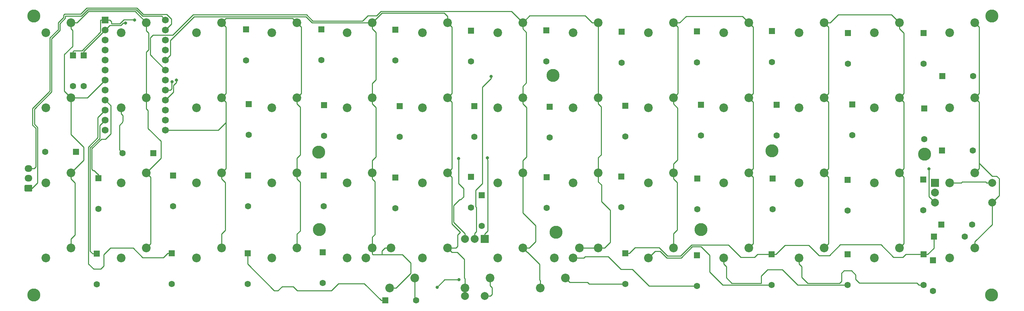
<source format=gtl>
G04 #@! TF.GenerationSoftware,KiCad,Pcbnew,(5.1.5-0-10_14)*
G04 #@! TF.CreationDate,2020-11-29T18:14:47+02:00*
G04 #@! TF.ProjectId,Louhi,4c6f7568-692e-46b6-9963-61645f706362,rev?*
G04 #@! TF.SameCoordinates,Original*
G04 #@! TF.FileFunction,Copper,L1,Top*
G04 #@! TF.FilePolarity,Positive*
%FSLAX46Y46*%
G04 Gerber Fmt 4.6, Leading zero omitted, Abs format (unit mm)*
G04 Created by KiCad (PCBNEW (5.1.5-0-10_14)) date 2020-11-29 18:14:47*
%MOMM*%
%LPD*%
G04 APERTURE LIST*
%ADD10O,1.950000X1.700000*%
%ADD11C,0.100000*%
%ADD12C,3.300000*%
%ADD13C,2.200000*%
%ADD14C,1.600000*%
%ADD15R,1.600000X1.600000*%
%ADD16C,1.752600*%
%ADD17R,1.752600X1.752600*%
%ADD18R,2.000000X2.000000*%
%ADD19C,2.000000*%
%ADD20C,0.800000*%
%ADD21C,0.250000*%
G04 APERTURE END LIST*
D10*
X84490000Y-98910000D03*
X84490000Y-101410000D03*
G04 #@! TA.AperFunction,ComponentPad*
D11*
G36*
X85239504Y-103061204D02*
G01*
X85263773Y-103064804D01*
X85287571Y-103070765D01*
X85310671Y-103079030D01*
X85332849Y-103089520D01*
X85353893Y-103102133D01*
X85373598Y-103116747D01*
X85391777Y-103133223D01*
X85408253Y-103151402D01*
X85422867Y-103171107D01*
X85435480Y-103192151D01*
X85445970Y-103214329D01*
X85454235Y-103237429D01*
X85460196Y-103261227D01*
X85463796Y-103285496D01*
X85465000Y-103310000D01*
X85465000Y-104510000D01*
X85463796Y-104534504D01*
X85460196Y-104558773D01*
X85454235Y-104582571D01*
X85445970Y-104605671D01*
X85435480Y-104627849D01*
X85422867Y-104648893D01*
X85408253Y-104668598D01*
X85391777Y-104686777D01*
X85373598Y-104703253D01*
X85353893Y-104717867D01*
X85332849Y-104730480D01*
X85310671Y-104740970D01*
X85287571Y-104749235D01*
X85263773Y-104755196D01*
X85239504Y-104758796D01*
X85215000Y-104760000D01*
X83765000Y-104760000D01*
X83740496Y-104758796D01*
X83716227Y-104755196D01*
X83692429Y-104749235D01*
X83669329Y-104740970D01*
X83647151Y-104730480D01*
X83626107Y-104717867D01*
X83606402Y-104703253D01*
X83588223Y-104686777D01*
X83571747Y-104668598D01*
X83557133Y-104648893D01*
X83544520Y-104627849D01*
X83534030Y-104605671D01*
X83525765Y-104582571D01*
X83519804Y-104558773D01*
X83516204Y-104534504D01*
X83515000Y-104510000D01*
X83515000Y-103310000D01*
X83516204Y-103285496D01*
X83519804Y-103261227D01*
X83525765Y-103237429D01*
X83534030Y-103214329D01*
X83544520Y-103192151D01*
X83557133Y-103171107D01*
X83571747Y-103151402D01*
X83588223Y-103133223D01*
X83606402Y-103116747D01*
X83626107Y-103102133D01*
X83647151Y-103089520D01*
X83669329Y-103079030D01*
X83692429Y-103070765D01*
X83716227Y-103064804D01*
X83740496Y-103061204D01*
X83765000Y-103060000D01*
X85215000Y-103060000D01*
X85239504Y-103061204D01*
G37*
G04 #@! TD.AperFunction*
D12*
X272530000Y-94440000D03*
X217960000Y-115100000D03*
X158050000Y-114450000D03*
X311110000Y-95320000D03*
X254560000Y-114420000D03*
X217200000Y-75290000D03*
X157920000Y-94760000D03*
X328100000Y-131020000D03*
X328180000Y-60250000D03*
X85880000Y-131000000D03*
X85860000Y-60200000D03*
D13*
X127000000Y-83502500D03*
X133350000Y-80962500D03*
X146050000Y-83502500D03*
X152400000Y-80962500D03*
D14*
X291660000Y-128515000D03*
D15*
X291660000Y-120715000D03*
D13*
X107950000Y-64452500D03*
X114300000Y-61912500D03*
D14*
X199110000Y-113460000D03*
D15*
X199110000Y-105660000D03*
D14*
X95780000Y-78050000D03*
D15*
X95780000Y-70250000D03*
D14*
X98470000Y-78050000D03*
D15*
X98470000Y-70250000D03*
D14*
X139510000Y-71460000D03*
D15*
X139510000Y-63660000D03*
D14*
X158610000Y-71425000D03*
D15*
X158610000Y-63625000D03*
D14*
X177310000Y-71480000D03*
D15*
X177310000Y-63680000D03*
D14*
X196420000Y-71725000D03*
D15*
X196420000Y-63925000D03*
D14*
X215460000Y-71710000D03*
D15*
X215460000Y-63910000D03*
D14*
X234510000Y-72050000D03*
D15*
X234510000Y-64250000D03*
D14*
X253600000Y-71970000D03*
D15*
X253600000Y-64170000D03*
D14*
X272580000Y-71880000D03*
D15*
X272580000Y-64080000D03*
D14*
X291760000Y-72350000D03*
D15*
X291760000Y-64550000D03*
D14*
X310860000Y-72360000D03*
D15*
X310860000Y-64560000D03*
D14*
X323400000Y-75440000D03*
D15*
X315600000Y-75440000D03*
D14*
X88700000Y-94690000D03*
D15*
X96500000Y-94690000D03*
D14*
X108310000Y-95000000D03*
D15*
X116110000Y-95000000D03*
D14*
X140220000Y-90410000D03*
D15*
X140220000Y-82610000D03*
D14*
X159270000Y-90650000D03*
D15*
X159270000Y-82850000D03*
D14*
X178400000Y-90890000D03*
D15*
X178400000Y-83090000D03*
D14*
X197290000Y-90890000D03*
D15*
X197290000Y-83090000D03*
D14*
X216320000Y-91080000D03*
D15*
X216320000Y-83280000D03*
D14*
X235430000Y-90800000D03*
D15*
X235430000Y-83000000D03*
D14*
X254610000Y-90525000D03*
D15*
X254610000Y-82725000D03*
D14*
X273720000Y-90520000D03*
D15*
X273720000Y-82720000D03*
D14*
X292830000Y-90460000D03*
D15*
X292830000Y-82660000D03*
D14*
X311060000Y-91490000D03*
D15*
X311060000Y-83690000D03*
D14*
X323330000Y-94380000D03*
D15*
X315530000Y-94380000D03*
D14*
X102160000Y-109200000D03*
D15*
X102160000Y-101400000D03*
D14*
X121050000Y-108510000D03*
D15*
X121050000Y-100710000D03*
D14*
X140030000Y-108510000D03*
D15*
X140030000Y-100710000D03*
D14*
X159180000Y-108510000D03*
D15*
X159180000Y-100710000D03*
D14*
X177280000Y-108990000D03*
D15*
X177280000Y-101190000D03*
D14*
X196430000Y-108830000D03*
D15*
X196430000Y-101030000D03*
D14*
X215530000Y-108910000D03*
D15*
X215530000Y-101110000D03*
D14*
X234440000Y-108760000D03*
D15*
X234440000Y-100960000D03*
D14*
X253640000Y-109290000D03*
D15*
X253640000Y-101490000D03*
D14*
X272680000Y-109240000D03*
D15*
X272680000Y-101440000D03*
D14*
X291690000Y-109620000D03*
D15*
X291690000Y-101820000D03*
D14*
X310770000Y-109500000D03*
D15*
X310770000Y-101700000D03*
D14*
X323180000Y-113190000D03*
D15*
X315380000Y-113190000D03*
D14*
X101770000Y-128330000D03*
D15*
X101770000Y-120530000D03*
D14*
X120730000Y-128230000D03*
D15*
X120730000Y-120430000D03*
D14*
X139920000Y-128255000D03*
D15*
X139920000Y-120455000D03*
D14*
X158920000Y-128000000D03*
D15*
X158920000Y-120200000D03*
D14*
X182560000Y-132400000D03*
D15*
X174760000Y-132400000D03*
D14*
X235450000Y-128225000D03*
D15*
X235450000Y-120425000D03*
D14*
X253560000Y-128730000D03*
D15*
X253560000Y-120930000D03*
D14*
X272490000Y-128500000D03*
D15*
X272490000Y-120700000D03*
D14*
X310880000Y-128490000D03*
D15*
X310880000Y-120690000D03*
D14*
X313300000Y-130040000D03*
D15*
X313300000Y-122240000D03*
D16*
X119151000Y-61214000D03*
X103911000Y-89154000D03*
X119151000Y-63754000D03*
X119151000Y-66294000D03*
X119151000Y-68834000D03*
X119151000Y-71374000D03*
X119151000Y-73914000D03*
X119151000Y-76454000D03*
X119151000Y-78994000D03*
X119151000Y-81534000D03*
X119151000Y-84074000D03*
X119151000Y-86614000D03*
X119151000Y-89154000D03*
X103911000Y-86614000D03*
X103911000Y-84074000D03*
X103911000Y-81534000D03*
X103911000Y-78994000D03*
X103911000Y-76454000D03*
X103911000Y-73914000D03*
X103911000Y-71374000D03*
X103911000Y-68834000D03*
X103911000Y-66294000D03*
X103911000Y-63754000D03*
D17*
X103911000Y-61214000D03*
D14*
X321300000Y-116160000D03*
D15*
X313500000Y-116160000D03*
D13*
X88900000Y-64452500D03*
X95250000Y-61912500D03*
X127000000Y-64452500D03*
X133350000Y-61912500D03*
X146050000Y-64452500D03*
X152400000Y-61912500D03*
X165100000Y-64452500D03*
X171450000Y-61912500D03*
X184150000Y-64452500D03*
X190500000Y-61912500D03*
X203200000Y-64452500D03*
X209550000Y-61912500D03*
X222250000Y-64452500D03*
X228600000Y-61912500D03*
X241300000Y-64452500D03*
X247650000Y-61912500D03*
X260350000Y-64452500D03*
X266700000Y-61912500D03*
X279400000Y-64452500D03*
X285750000Y-61912500D03*
X298450000Y-64452500D03*
X304800000Y-61912500D03*
X88900000Y-83502500D03*
X95250000Y-80962500D03*
X107950000Y-83502500D03*
X114300000Y-80962500D03*
X165100000Y-83502500D03*
X171450000Y-80962500D03*
X184150000Y-83502500D03*
X190500000Y-80962500D03*
X203200000Y-83502500D03*
X209550000Y-80962500D03*
X222250000Y-83502500D03*
X228600000Y-80962500D03*
X241300000Y-83502500D03*
X247650000Y-80962500D03*
X260350000Y-83502500D03*
X266700000Y-80962500D03*
X279400000Y-83502500D03*
X285750000Y-80962500D03*
X298450000Y-83502500D03*
X304800000Y-80962500D03*
X88900000Y-102552500D03*
X95250000Y-100012500D03*
X107950000Y-102552000D03*
X114300000Y-100012000D03*
X127000000Y-102552000D03*
X133350000Y-100012000D03*
X146050000Y-102552000D03*
X152400000Y-100012000D03*
X165100000Y-102552000D03*
X171450000Y-100012000D03*
X184150000Y-102552000D03*
X190500000Y-100012000D03*
X203200000Y-102552000D03*
X209550000Y-100012000D03*
X222250000Y-102552000D03*
X228600000Y-100012000D03*
X241300000Y-102552000D03*
X247650000Y-100012000D03*
X260350000Y-102552000D03*
X266700000Y-100012000D03*
X279400000Y-102552000D03*
X285750000Y-100012000D03*
X298450000Y-102552000D03*
X304800000Y-100012000D03*
X88900000Y-121602000D03*
X95250000Y-119062000D03*
X107950000Y-121602000D03*
X114300000Y-119062000D03*
X127000000Y-121602000D03*
X133350000Y-119062000D03*
X146050000Y-121602000D03*
X152400000Y-119062000D03*
X222250000Y-121602500D03*
X228600000Y-119062500D03*
X241300000Y-121602500D03*
X247650000Y-119062500D03*
X260350000Y-121602000D03*
X266700000Y-119062000D03*
X279400000Y-121602500D03*
X285750000Y-119062500D03*
X298450000Y-121602500D03*
X304800000Y-119062500D03*
X317500000Y-121602500D03*
X323850000Y-119062500D03*
X169862500Y-121602500D03*
X176212500Y-119062500D03*
X165100000Y-121602000D03*
X171450000Y-119062000D03*
X182230000Y-126720000D03*
X175880000Y-129260000D03*
X184150000Y-121602500D03*
X190500000Y-119062500D03*
X201290000Y-126710000D03*
X194940000Y-129250000D03*
X217487500Y-121602500D03*
X223837500Y-119062500D03*
X203200000Y-121602500D03*
X209550000Y-119062500D03*
X220340000Y-126690000D03*
X213990000Y-129230000D03*
X317500000Y-64452500D03*
X323850000Y-61912500D03*
X317500000Y-83502500D03*
X323850000Y-80962500D03*
X317500000Y-102552500D03*
X323850000Y-100012500D03*
D18*
X313730000Y-102540000D03*
D19*
X313730000Y-105040000D03*
X313730000Y-107540000D03*
X328230000Y-102540000D03*
X328230000Y-107540000D03*
D18*
X199890000Y-116770000D03*
D19*
X197390000Y-116770000D03*
X194890000Y-116770000D03*
X199890000Y-131270000D03*
X194890000Y-131270000D03*
D20*
X111320000Y-61220000D03*
X109020000Y-61970000D03*
X187860000Y-129030000D03*
X193350000Y-127130000D03*
X201470000Y-75520000D03*
X120857971Y-76955000D03*
X121910000Y-76480000D03*
X193300000Y-96390000D03*
X312220000Y-99010000D03*
X200600000Y-96200000D03*
D21*
X107950000Y-85058134D02*
X108360000Y-85468134D01*
X107950000Y-83502500D02*
X107950000Y-85058134D01*
X108360000Y-85468134D02*
X108360000Y-86930000D01*
X108310000Y-86980000D02*
X108310000Y-87200000D01*
X108360000Y-86930000D02*
X108310000Y-86980000D01*
X108310000Y-87200000D02*
X107500000Y-88010000D01*
X107500000Y-94190000D02*
X108310000Y-95000000D01*
X107500000Y-88010000D02*
X107500000Y-94190000D01*
X326815787Y-102540000D02*
X326605787Y-102330000D01*
X328230000Y-102540000D02*
X326815787Y-102540000D01*
X326605787Y-102330000D02*
X320670000Y-102330000D01*
X320447500Y-102552500D02*
X317500000Y-102552500D01*
X320670000Y-102330000D02*
X320447500Y-102552500D01*
X222250000Y-121602500D02*
X224997500Y-121602500D01*
X224997500Y-121602500D02*
X225290000Y-121310000D01*
X225290000Y-121310000D02*
X231140000Y-121310000D01*
X231140000Y-121310000D02*
X234360000Y-124530000D01*
X234360000Y-124530000D02*
X237230000Y-124530000D01*
X241430000Y-128730000D02*
X253560000Y-128730000D01*
X237230000Y-124530000D02*
X241430000Y-128730000D01*
X241300000Y-121602500D02*
X242969295Y-119933205D01*
X244296795Y-119933205D02*
X245953600Y-121590010D01*
X242969295Y-119933205D02*
X244296795Y-119933205D01*
X249616401Y-121590009D02*
X252426400Y-118780010D01*
X245953600Y-121590010D02*
X249616401Y-121590009D01*
X252426400Y-118780010D02*
X254620010Y-118780010D01*
X254620010Y-118780010D02*
X256750000Y-120910000D01*
X256750000Y-120910000D02*
X256750000Y-125140000D01*
X260110000Y-128500000D02*
X272490000Y-128500000D01*
X256750000Y-125140000D02*
X260110000Y-128500000D01*
X260350000Y-123157634D02*
X261000000Y-123807634D01*
X260350000Y-121602000D02*
X260350000Y-123157634D01*
X261000000Y-126650000D02*
X262399990Y-128049990D01*
X261000000Y-123807634D02*
X261000000Y-126650000D01*
X262399990Y-128049990D02*
X269870000Y-128049990D01*
X269870000Y-128049990D02*
X269870000Y-126180000D01*
X269870000Y-126180000D02*
X271450000Y-124600000D01*
X271450000Y-124600000D02*
X275140000Y-124600000D01*
X279055000Y-128515000D02*
X291660000Y-128515000D01*
X275140000Y-124600000D02*
X279055000Y-128515000D01*
X279400000Y-123160000D02*
X279400000Y-121602500D01*
X280080000Y-126540000D02*
X280080000Y-123840000D01*
X281604990Y-128064990D02*
X280080000Y-126540000D01*
X309748630Y-128490000D02*
X309218630Y-127960000D01*
X289605010Y-128064990D02*
X281604990Y-128064990D01*
X290160000Y-127510000D02*
X289605010Y-128064990D01*
X290160000Y-125480000D02*
X290160000Y-127510000D01*
X290780000Y-124860000D02*
X290160000Y-125480000D01*
X292660000Y-124860000D02*
X290780000Y-124860000D01*
X309218630Y-127960000D02*
X294640000Y-127960000D01*
X310880000Y-128490000D02*
X309748630Y-128490000D01*
X293730000Y-127050000D02*
X293730000Y-125930000D01*
X293730000Y-125930000D02*
X292660000Y-124860000D01*
X280080000Y-123840000D02*
X279400000Y-123160000D01*
X294640000Y-127960000D02*
X293730000Y-127050000D01*
X182230000Y-132070000D02*
X182560000Y-132400000D01*
X182230000Y-126720000D02*
X182230000Y-132070000D01*
X102784700Y-61214000D02*
X103911000Y-61214000D01*
X102709699Y-61289001D02*
X102784700Y-61214000D01*
X95780000Y-69200000D02*
X95980000Y-69000000D01*
X102709699Y-64318891D02*
X102709699Y-61289001D01*
X98028590Y-69000000D02*
X102709699Y-64318891D01*
X95980000Y-69000000D02*
X98028590Y-69000000D01*
X95780000Y-70250000D02*
X95780000Y-69200000D01*
X105037300Y-61214000D02*
X105490000Y-61666700D01*
X103911000Y-61214000D02*
X105037300Y-61214000D01*
X105500000Y-62150000D02*
X107637905Y-62150000D01*
X105490000Y-62140000D02*
X105500000Y-62150000D01*
X105490000Y-61666700D02*
X105490000Y-62140000D01*
X107637905Y-62150000D02*
X108607905Y-61180000D01*
X111280000Y-61180000D02*
X111320000Y-61220000D01*
X108607905Y-61180000D02*
X111280000Y-61180000D01*
X98470000Y-69195000D02*
X103911000Y-63754000D01*
X98470000Y-70250000D02*
X98470000Y-69195000D01*
X108454315Y-61970000D02*
X107824315Y-62600000D01*
X109020000Y-61970000D02*
X108454315Y-61970000D01*
X105065000Y-62600000D02*
X103911000Y-63754000D01*
X107824315Y-62600000D02*
X105065000Y-62600000D01*
X102160000Y-100350000D02*
X102160000Y-101400000D01*
X102020000Y-100350000D02*
X102160000Y-100350000D01*
X102950019Y-91456391D02*
X100530010Y-93876400D01*
X100530010Y-99130010D02*
X100860000Y-99460000D01*
X101130000Y-99460000D02*
X102020000Y-100350000D01*
X103983609Y-91456391D02*
X102950019Y-91456391D01*
X100530010Y-93876400D02*
X100530010Y-99130010D01*
X105350000Y-90090000D02*
X103983609Y-91456391D01*
X105330000Y-88870000D02*
X105350000Y-88890000D01*
X105350000Y-88890000D02*
X105350000Y-90090000D01*
X100860000Y-99460000D02*
X101130000Y-99460000D01*
X105330000Y-82953000D02*
X103911000Y-81534000D01*
X105330000Y-88870000D02*
X105330000Y-82953000D01*
X146640000Y-129900000D02*
X139920000Y-123180000D01*
X162920000Y-128130000D02*
X161150000Y-129900000D01*
X139920000Y-123180000D02*
X139920000Y-120455000D01*
X169440000Y-128130000D02*
X162920000Y-128130000D01*
X173710000Y-132400000D02*
X174760000Y-132400000D01*
X169440000Y-128130000D02*
X173710000Y-132400000D01*
X189760000Y-127130000D02*
X193350000Y-127130000D01*
X187860000Y-129030000D02*
X189760000Y-127130000D01*
X236500000Y-120425000D02*
X237895000Y-119030000D01*
X235450000Y-120425000D02*
X236500000Y-120425000D01*
X237895000Y-119030000D02*
X244030000Y-119030000D01*
X244030000Y-119030000D02*
X246140000Y-121140000D01*
X246140000Y-121140000D02*
X249430000Y-121140000D01*
X249430000Y-121140000D02*
X252240000Y-118330000D01*
X252240000Y-118330000D02*
X261550000Y-118330000D01*
X261550000Y-118330000D02*
X264660000Y-121440000D01*
X264660000Y-121440000D02*
X268170000Y-121440000D01*
X268910000Y-120700000D02*
X272490000Y-120700000D01*
X268170000Y-121440000D02*
X268910000Y-120700000D01*
X273540000Y-120700000D02*
X275820000Y-118420000D01*
X272490000Y-120700000D02*
X273540000Y-120700000D01*
X275820000Y-118420000D02*
X281860000Y-118420000D01*
X281860000Y-118420000D02*
X284440000Y-121000000D01*
X284440000Y-121000000D02*
X287080000Y-121000000D01*
X287080000Y-121000000D02*
X289810000Y-118270000D01*
X289810000Y-118270000D02*
X300110000Y-118270000D01*
X300110000Y-118270000D02*
X303280000Y-121440000D01*
X303280000Y-121440000D02*
X305670000Y-121440000D01*
X306420000Y-120690000D02*
X310880000Y-120690000D01*
X305670000Y-121440000D02*
X306420000Y-120690000D01*
X313500000Y-119120000D02*
X313500000Y-116160000D01*
X311930000Y-120690000D02*
X313500000Y-119120000D01*
X310880000Y-120690000D02*
X311930000Y-120690000D01*
X100720000Y-120530000D02*
X100080000Y-119890000D01*
X101770000Y-120530000D02*
X100720000Y-120530000D01*
X100080000Y-119890000D02*
X100080000Y-93690000D01*
X100080000Y-93690000D02*
X102500010Y-91269990D01*
X102500010Y-88024990D02*
X103911000Y-86614000D01*
X102500010Y-91269990D02*
X102500010Y-88024990D01*
X146640000Y-129900000D02*
X147610000Y-129900000D01*
X147610000Y-129900000D02*
X148630000Y-128880000D01*
X148630000Y-128880000D02*
X151480000Y-128880000D01*
X152500000Y-129900000D02*
X161150000Y-129900000D01*
X151480000Y-128880000D02*
X152500000Y-129900000D01*
X102050000Y-85935000D02*
X103911000Y-84074000D01*
X102050000Y-91083590D02*
X102050000Y-85935000D01*
X99629991Y-93503599D02*
X102050000Y-91083590D01*
X99629990Y-123109990D02*
X99629991Y-93503599D01*
X120730000Y-120430000D02*
X119680000Y-120430000D01*
X118600000Y-121510000D02*
X113380000Y-121510000D01*
X102770000Y-124450000D02*
X100970000Y-124450000D01*
X103560000Y-123660000D02*
X102770000Y-124450000D01*
X110980000Y-119110000D02*
X105220000Y-119110000D01*
X103560000Y-120770000D02*
X103560000Y-123660000D01*
X105220000Y-119110000D02*
X103560000Y-120770000D01*
X100970000Y-124450000D02*
X99629990Y-123109990D01*
X113380000Y-121510000D02*
X110980000Y-119110000D01*
X119680000Y-120430000D02*
X118600000Y-121510000D01*
X221439999Y-127789999D02*
X225860001Y-127789999D01*
X220340000Y-126690000D02*
X221439999Y-127789999D01*
X226295002Y-128225000D02*
X235450000Y-128225000D01*
X225860001Y-127789999D02*
X226295002Y-128225000D01*
X85142000Y-103920000D02*
X84130000Y-103920000D01*
X86800000Y-88500000D02*
X86800000Y-102575000D01*
X85980000Y-87680000D02*
X86800000Y-88500000D01*
X85990000Y-83840000D02*
X85990000Y-87670000D01*
X90340000Y-79490000D02*
X85990000Y-83840000D01*
X85990000Y-87670000D02*
X85980000Y-87680000D01*
X111739990Y-58629990D02*
X99451734Y-58629990D01*
X93830000Y-60200000D02*
X93830000Y-60750000D01*
X97881724Y-60200000D02*
X93830000Y-60200000D01*
X92440000Y-63850000D02*
X90340000Y-65950000D01*
X86800000Y-102575000D02*
X85465000Y-103910000D01*
X113330000Y-60220000D02*
X111739990Y-58629990D01*
X93830000Y-60750000D02*
X92440000Y-62140000D01*
X99451734Y-58629990D02*
X97881724Y-60200000D01*
X118157000Y-60220000D02*
X113330000Y-60220000D01*
X90340000Y-65950000D02*
X90340000Y-79490000D01*
X85465000Y-103910000D02*
X84490000Y-103910000D01*
X92440000Y-62140000D02*
X92440000Y-63850000D01*
X119151000Y-61214000D02*
X118157000Y-60220000D01*
X201470000Y-76085685D02*
X199320000Y-78235685D01*
X201470000Y-75520000D02*
X201470000Y-76085685D01*
X199320000Y-78235685D02*
X199320000Y-102740000D01*
X199320000Y-102740000D02*
X197600000Y-104460000D01*
X197600000Y-108580000D02*
X197820000Y-108800000D01*
X197600000Y-104460000D02*
X197600000Y-108580000D01*
X197390000Y-115355787D02*
X197390000Y-116770000D01*
X197820000Y-114925787D02*
X197390000Y-115355787D01*
X197820000Y-108800000D02*
X197820000Y-114925787D01*
X120670000Y-62235000D02*
X119151000Y-63754000D01*
X120670000Y-60955074D02*
X120670000Y-62235000D01*
X119484916Y-59769990D02*
X120670000Y-60955074D01*
X99265333Y-58179981D02*
X111926390Y-58179980D01*
X113516400Y-59769990D02*
X119484916Y-59769990D01*
X97695324Y-59749990D02*
X99265333Y-58179981D01*
X85539991Y-83653599D02*
X89609990Y-79583600D01*
X91989990Y-63663600D02*
X91989991Y-61953599D01*
X93643600Y-59749990D02*
X97695324Y-59749990D01*
X93379990Y-60563600D02*
X93379990Y-60013600D01*
X89609990Y-79583600D02*
X89609990Y-79560010D01*
X86340000Y-98530000D02*
X86349990Y-98520010D01*
X89889991Y-65763599D02*
X91989990Y-63663600D01*
X86349990Y-88709990D02*
X85529990Y-87889990D01*
X85539990Y-83860010D02*
X85539991Y-83653599D01*
X89889990Y-79280010D02*
X89889991Y-65763599D01*
X93379990Y-60013600D02*
X93643600Y-59749990D01*
X91989991Y-61953599D02*
X93379990Y-60563600D01*
X86349990Y-98520010D02*
X86349990Y-88709990D01*
X85529990Y-83870010D02*
X85539990Y-83860010D01*
X111926390Y-58179980D02*
X113516400Y-59769990D01*
X85529990Y-87889990D02*
X85529990Y-83870010D01*
X89609990Y-79560010D02*
X89889990Y-79280010D01*
X85960000Y-98910000D02*
X84490000Y-98910000D01*
X86349990Y-98520010D02*
X85960000Y-98910000D01*
X115399999Y-117962001D02*
X115399999Y-101111999D01*
X115399999Y-101111999D02*
X114300000Y-100012000D01*
X114300000Y-119062000D02*
X115399999Y-117962001D01*
X114300000Y-100012000D02*
X118010000Y-96302000D01*
X118010000Y-96302000D02*
X118010000Y-91980000D01*
X118010000Y-91980000D02*
X114760000Y-88730000D01*
X114760000Y-88730000D02*
X114760000Y-84190000D01*
X114300000Y-83730000D02*
X114300000Y-80962500D01*
X114760000Y-84190000D02*
X114300000Y-83730000D01*
X114300000Y-80962500D02*
X114300000Y-69360000D01*
X114300000Y-69360000D02*
X114860000Y-68800000D01*
X114860000Y-68800000D02*
X114860000Y-64550000D01*
X114300000Y-63990000D02*
X114300000Y-61912500D01*
X114860000Y-64550000D02*
X114300000Y-63990000D01*
X96805634Y-61912500D02*
X99638134Y-59080000D01*
X95250000Y-61912500D02*
X96805634Y-61912500D01*
X111467500Y-59080000D02*
X114300000Y-61912500D01*
X99638134Y-59080000D02*
X111467500Y-59080000D01*
X95250000Y-63468134D02*
X95640000Y-63858134D01*
X95250000Y-61912500D02*
X95250000Y-63468134D01*
X95640000Y-63858134D02*
X95640000Y-67940000D01*
X95640000Y-67940000D02*
X93570000Y-70010000D01*
X93570000Y-79282500D02*
X95250000Y-80962500D01*
X93570000Y-70010000D02*
X93570000Y-79282500D01*
X95250000Y-80962500D02*
X95250000Y-90270000D01*
X95250000Y-90270000D02*
X98450000Y-93470000D01*
X98450000Y-96812500D02*
X95250000Y-100012500D01*
X98450000Y-93470000D02*
X98450000Y-96812500D01*
X95250000Y-101568134D02*
X96230000Y-102548134D01*
X95250000Y-100012500D02*
X95250000Y-101568134D01*
X96230000Y-102548134D02*
X96230000Y-115810000D01*
X95250000Y-116790000D02*
X95250000Y-119062000D01*
X96230000Y-115810000D02*
X95250000Y-116790000D01*
X99402500Y-80962500D02*
X103911000Y-76454000D01*
X95250000Y-80962500D02*
X99402500Y-80962500D01*
X152400000Y-101567634D02*
X153210000Y-102377634D01*
X152400000Y-100012000D02*
X152400000Y-101567634D01*
X153210000Y-102377634D02*
X153210000Y-114750000D01*
X152400000Y-115560000D02*
X152400000Y-119062000D01*
X153210000Y-114750000D02*
X152400000Y-115560000D01*
X152400000Y-82518134D02*
X153220000Y-83338134D01*
X152400000Y-80962500D02*
X152400000Y-82518134D01*
X153220000Y-83338134D02*
X153220000Y-95440000D01*
X152400000Y-96260000D02*
X152400000Y-100012000D01*
X153220000Y-95440000D02*
X152400000Y-96260000D01*
X153499999Y-63012499D02*
X152400000Y-61912500D01*
X153499999Y-79862501D02*
X153499999Y-63012499D01*
X152400000Y-80962500D02*
X153499999Y-79862501D01*
X151300001Y-60812501D02*
X152400000Y-61912500D01*
X134449999Y-60812501D02*
X151300001Y-60812501D01*
X133350000Y-61912500D02*
X134449999Y-60812501D01*
X134449999Y-79862501D02*
X133350000Y-80962500D01*
X134449999Y-63012499D02*
X134449999Y-79862501D01*
X133350000Y-61912500D02*
X134449999Y-63012499D01*
X134449999Y-98912001D02*
X133350000Y-100012000D01*
X133350000Y-80962500D02*
X134449999Y-82062499D01*
X133350000Y-101567634D02*
X134290000Y-102507634D01*
X133350000Y-100012000D02*
X133350000Y-101567634D01*
X134290000Y-102507634D02*
X134290000Y-114570000D01*
X133350000Y-115510000D02*
X133350000Y-119062000D01*
X134290000Y-114570000D02*
X133350000Y-115510000D01*
X119151000Y-89154000D02*
X132536000Y-89154000D01*
X132536000Y-89154000D02*
X134420000Y-87270000D01*
X134420000Y-87270000D02*
X134449999Y-98912001D01*
X134449999Y-82062499D02*
X134420000Y-87270000D01*
X191599999Y-63012499D02*
X191599999Y-79862501D01*
X191599999Y-79862501D02*
X190500000Y-80962500D01*
X190500000Y-61912500D02*
X191599999Y-63012499D01*
X191599999Y-98912001D02*
X190500000Y-100012000D01*
X191599999Y-82062499D02*
X191599999Y-98912001D01*
X190500000Y-80962500D02*
X191599999Y-82062499D01*
X173862500Y-59500000D02*
X171450000Y-61912500D01*
X189643134Y-59500000D02*
X173862500Y-59500000D01*
X190500000Y-60356866D02*
X189643134Y-59500000D01*
X190500000Y-61912500D02*
X190500000Y-60356866D01*
X171450000Y-63468134D02*
X172400000Y-64418134D01*
X171450000Y-61912500D02*
X171450000Y-63468134D01*
X172400000Y-64418134D02*
X172400000Y-76390000D01*
X171450000Y-77340000D02*
X171450000Y-80962500D01*
X172400000Y-76390000D02*
X171450000Y-77340000D01*
X171450000Y-82518134D02*
X172390000Y-83458134D01*
X171450000Y-80962500D02*
X171450000Y-82518134D01*
X172390000Y-83458134D02*
X172390000Y-95930000D01*
X171450000Y-96870000D02*
X171450000Y-100012000D01*
X172390000Y-95930000D02*
X171450000Y-96870000D01*
X171450000Y-101567634D02*
X172090000Y-102207634D01*
X171450000Y-100012000D02*
X171450000Y-101567634D01*
X172090000Y-102207634D02*
X172090000Y-115680000D01*
X171450000Y-116320000D02*
X171450000Y-119062000D01*
X172090000Y-115680000D02*
X171450000Y-116320000D01*
X191599999Y-120162499D02*
X192952499Y-120162499D01*
X190500000Y-119062500D02*
X191599999Y-120162499D01*
X192952499Y-120162499D02*
X194740000Y-121950000D01*
X194740000Y-121950000D02*
X194740000Y-126660000D01*
X194940000Y-126860000D02*
X194940000Y-129250000D01*
X194740000Y-126660000D02*
X194940000Y-126860000D01*
X171450000Y-120617634D02*
X171600000Y-120767634D01*
X171450000Y-119062000D02*
X171450000Y-120617634D01*
X179077634Y-120767634D02*
X181190000Y-122880000D01*
X177435634Y-129260000D02*
X175880000Y-129260000D01*
X181190000Y-125505634D02*
X177435634Y-129260000D01*
X181190000Y-122880000D02*
X181190000Y-125505634D01*
X120352301Y-70172699D02*
X120352301Y-66377699D01*
X119151000Y-71374000D02*
X120352301Y-70172699D01*
X126367509Y-60362491D02*
X154667509Y-60362491D01*
X120352301Y-66377699D02*
X126367509Y-60362491D01*
X156217518Y-61912500D02*
X171450000Y-61912500D01*
X154667509Y-60362491D02*
X156217518Y-61912500D01*
X191599999Y-101111999D02*
X190500000Y-100012000D01*
X191599999Y-112989999D02*
X191599999Y-101111999D01*
X193010000Y-115800000D02*
X193710000Y-115100000D01*
X193010000Y-118650000D02*
X193010000Y-115800000D01*
X192597500Y-119062500D02*
X193010000Y-118650000D01*
X193710000Y-115100000D02*
X191599999Y-112989999D01*
X190500000Y-119062500D02*
X192597500Y-119062500D01*
X174656866Y-119062500D02*
X173900000Y-119819366D01*
X173900000Y-119819366D02*
X173900000Y-120750000D01*
X176212500Y-119062500D02*
X174656866Y-119062500D01*
X173900000Y-120750000D02*
X179077634Y-120767634D01*
X171600000Y-120767634D02*
X173900000Y-120750000D01*
X194890000Y-129300000D02*
X194940000Y-129250000D01*
X194890000Y-131270000D02*
X194890000Y-129300000D01*
X209550000Y-100012000D02*
X209550000Y-110190000D01*
X209550000Y-110190000D02*
X212730000Y-113370000D01*
X212730000Y-113370000D02*
X212730000Y-117460000D01*
X211127500Y-119062500D02*
X209550000Y-119062500D01*
X212730000Y-117460000D02*
X211127500Y-119062500D01*
X228600000Y-119062500D02*
X230197500Y-119062500D01*
X230197500Y-119062500D02*
X231650000Y-117610000D01*
X231650000Y-117610000D02*
X231650000Y-109520000D01*
X231650000Y-109520000D02*
X229410000Y-107280000D01*
X229410000Y-107280000D02*
X229410000Y-103100000D01*
X228600000Y-102290000D02*
X228600000Y-100012000D01*
X229410000Y-103100000D02*
X228600000Y-102290000D01*
X228600000Y-82518134D02*
X229340000Y-83258134D01*
X228600000Y-80962500D02*
X228600000Y-82518134D01*
X229340000Y-83258134D02*
X229340000Y-95430000D01*
X228600000Y-96170000D02*
X228600000Y-100012000D01*
X229340000Y-95430000D02*
X228600000Y-96170000D01*
X209550000Y-63468134D02*
X210430000Y-64348134D01*
X209550000Y-61912500D02*
X209550000Y-63468134D01*
X210430000Y-64348134D02*
X210430000Y-77200000D01*
X209550000Y-78080000D02*
X209550000Y-80962500D01*
X210430000Y-77200000D02*
X209550000Y-78080000D01*
X209550000Y-82518134D02*
X210480000Y-83448134D01*
X209550000Y-80962500D02*
X209550000Y-82518134D01*
X210480000Y-83448134D02*
X210480000Y-95940000D01*
X209550000Y-96870000D02*
X209550000Y-100012000D01*
X210480000Y-95940000D02*
X209550000Y-96870000D01*
X228600000Y-61912500D02*
X228600000Y-80962500D01*
X227044366Y-61912500D02*
X225321866Y-60190000D01*
X228600000Y-61912500D02*
X227044366Y-61912500D01*
X211272500Y-60190000D02*
X209550000Y-61912500D01*
X225321866Y-60190000D02*
X211272500Y-60190000D01*
X210649999Y-120162499D02*
X210732499Y-120162499D01*
X209550000Y-119062500D02*
X210649999Y-120162499D01*
X210732499Y-120162499D02*
X213770000Y-123200000D01*
X213770000Y-123200000D02*
X213770000Y-127170000D01*
X213990000Y-127390000D02*
X213990000Y-129230000D01*
X213770000Y-127170000D02*
X213990000Y-127390000D01*
X115310010Y-70073010D02*
X119151000Y-73914000D01*
X121000891Y-65092699D02*
X115967301Y-65092699D01*
X126181108Y-59912482D02*
X121000891Y-65092699D01*
X154853909Y-59912481D02*
X126181108Y-59912482D01*
X115310010Y-65749990D02*
X115310010Y-70073010D01*
X115967301Y-65092699D02*
X115310010Y-65749990D01*
X156403918Y-61462490D02*
X154853909Y-59912481D01*
X169027510Y-61462490D02*
X156403918Y-61462490D01*
X206687490Y-59049990D02*
X173676099Y-59049991D01*
X173676099Y-59049991D02*
X172546090Y-60180000D01*
X170310000Y-60180000D02*
X169027510Y-61462490D01*
X172546090Y-60180000D02*
X170310000Y-60180000D01*
X209550000Y-61912500D02*
X206687490Y-59049990D01*
X223837500Y-119062500D02*
X228600000Y-119062500D01*
X249205634Y-61912500D02*
X250838134Y-60280000D01*
X247650000Y-61912500D02*
X249205634Y-61912500D01*
X265067500Y-60280000D02*
X266700000Y-61912500D01*
X250838134Y-60280000D02*
X265067500Y-60280000D01*
X248749999Y-79862501D02*
X247650000Y-80962500D01*
X248749999Y-63012499D02*
X248749999Y-79862501D01*
X247650000Y-61912500D02*
X248749999Y-63012499D01*
X247650000Y-82518134D02*
X248700000Y-83568134D01*
X247650000Y-80962500D02*
X247650000Y-82518134D01*
X248700000Y-83568134D02*
X248700000Y-96700000D01*
X247650000Y-97750000D02*
X247650000Y-100012000D01*
X248700000Y-96700000D02*
X247650000Y-97750000D01*
X247650000Y-101567634D02*
X248560000Y-102477634D01*
X247650000Y-100012000D02*
X247650000Y-101567634D01*
X248560000Y-102477634D02*
X248560000Y-114510000D01*
X247650000Y-115420000D02*
X247650000Y-119062500D01*
X248560000Y-114510000D02*
X247650000Y-115420000D01*
X267799999Y-101111999D02*
X266700000Y-100012000D01*
X267799999Y-117962001D02*
X267799999Y-101111999D01*
X266700000Y-119062000D02*
X267799999Y-117962001D01*
X267799999Y-82062499D02*
X266700000Y-80962500D01*
X267799999Y-98912001D02*
X267799999Y-82062499D01*
X266700000Y-100012000D02*
X267799999Y-98912001D01*
X267799999Y-63012499D02*
X266700000Y-61912500D01*
X267799999Y-79862501D02*
X267799999Y-63012499D01*
X266700000Y-80962500D02*
X267799999Y-79862501D01*
X287305634Y-61912500D02*
X289328134Y-59890000D01*
X285750000Y-61912500D02*
X287305634Y-61912500D01*
X302777500Y-59890000D02*
X304800000Y-61912500D01*
X289328134Y-59890000D02*
X302777500Y-59890000D01*
X286849999Y-79862501D02*
X285750000Y-80962500D01*
X286849999Y-63012499D02*
X286849999Y-79862501D01*
X285750000Y-61912500D02*
X286849999Y-63012499D01*
X286849999Y-98912001D02*
X285750000Y-100012000D01*
X286849999Y-82062499D02*
X286849999Y-98912001D01*
X285750000Y-80962500D02*
X286849999Y-82062499D01*
X286849999Y-101111999D02*
X286849999Y-117962501D01*
X286849999Y-117962501D02*
X285750000Y-119062500D01*
X285750000Y-100012000D02*
X286849999Y-101111999D01*
X304800000Y-63468134D02*
X305900000Y-64568134D01*
X304800000Y-61912500D02*
X304800000Y-63468134D01*
X305899999Y-79862501D02*
X304800000Y-80962500D01*
X305900000Y-64568134D02*
X305899999Y-79862501D01*
X305899999Y-98912001D02*
X304800000Y-100012000D01*
X305899999Y-82062499D02*
X305899999Y-98912001D01*
X304800000Y-80962500D02*
X305899999Y-82062499D01*
X305899999Y-117962501D02*
X304800000Y-119062500D01*
X305899999Y-101111999D02*
X305899999Y-117962501D01*
X304800000Y-100012000D02*
X305899999Y-101111999D01*
X120390275Y-78994000D02*
X120689990Y-78694285D01*
X119151000Y-78994000D02*
X120390275Y-78994000D01*
X120689990Y-77122981D02*
X120857971Y-76955000D01*
X120689990Y-78694285D02*
X120689990Y-77122981D01*
X324949999Y-82062499D02*
X323850000Y-80962500D01*
X324949999Y-63012499D02*
X323850000Y-61912500D01*
X324949999Y-79862501D02*
X324949999Y-63012499D01*
X323850000Y-80962500D02*
X324949999Y-79862501D01*
X121140000Y-79545000D02*
X119151000Y-81534000D01*
X121140000Y-77815685D02*
X121140000Y-79545000D01*
X121910000Y-77045685D02*
X121140000Y-77815685D01*
X121910000Y-76480000D02*
X121910000Y-77045685D01*
X324949999Y-82062499D02*
X324949999Y-97579999D01*
X324949999Y-98912501D02*
X324949999Y-97609999D01*
X323850000Y-100012500D02*
X324949999Y-98912501D01*
X324930000Y-97590000D02*
X328230000Y-100860000D01*
X324949999Y-97609999D02*
X324930000Y-97590000D01*
X324949999Y-97579999D02*
X324930000Y-97590000D01*
X328230000Y-100860000D02*
X329370000Y-100860000D01*
X329370000Y-100860000D02*
X330000000Y-101490000D01*
X330000000Y-105770000D02*
X328230000Y-107540000D01*
X330000000Y-101490000D02*
X330000000Y-105770000D01*
X328230000Y-113126866D02*
X328230000Y-107540000D01*
X323850000Y-117506866D02*
X328230000Y-113126866D01*
X323850000Y-119062500D02*
X323850000Y-117506866D01*
X194890000Y-115410000D02*
X192050009Y-112570009D01*
X194890000Y-116770000D02*
X194890000Y-115410000D01*
X192050009Y-112570009D02*
X192050009Y-108349991D01*
X192050009Y-108349991D02*
X193580000Y-106820000D01*
X193580000Y-106820000D02*
X193840000Y-106820000D01*
X193840000Y-106820000D02*
X194550000Y-106110000D01*
X194550000Y-106110000D02*
X194550000Y-104020000D01*
X194550000Y-104020000D02*
X193290000Y-102760000D01*
X193290000Y-96400000D02*
X193300000Y-96390000D01*
X193290000Y-102760000D02*
X193290000Y-96400000D01*
X312220000Y-106030000D02*
X313730000Y-107540000D01*
X312220000Y-99010000D02*
X312220000Y-106030000D01*
X199890000Y-115520000D02*
X199890000Y-116770000D01*
X200670000Y-114740000D02*
X199890000Y-115520000D01*
X200600000Y-96765685D02*
X200670000Y-96835685D01*
X200670000Y-96835685D02*
X200670000Y-114740000D01*
X200600000Y-96200000D02*
X200600000Y-96765685D01*
X201304213Y-131270000D02*
X201760000Y-130814213D01*
X199890000Y-131270000D02*
X201304213Y-131270000D01*
X201760000Y-130814213D02*
X201760000Y-129150000D01*
X201290000Y-128680000D02*
X201290000Y-126710000D01*
X201760000Y-129150000D02*
X201290000Y-128680000D01*
M02*

</source>
